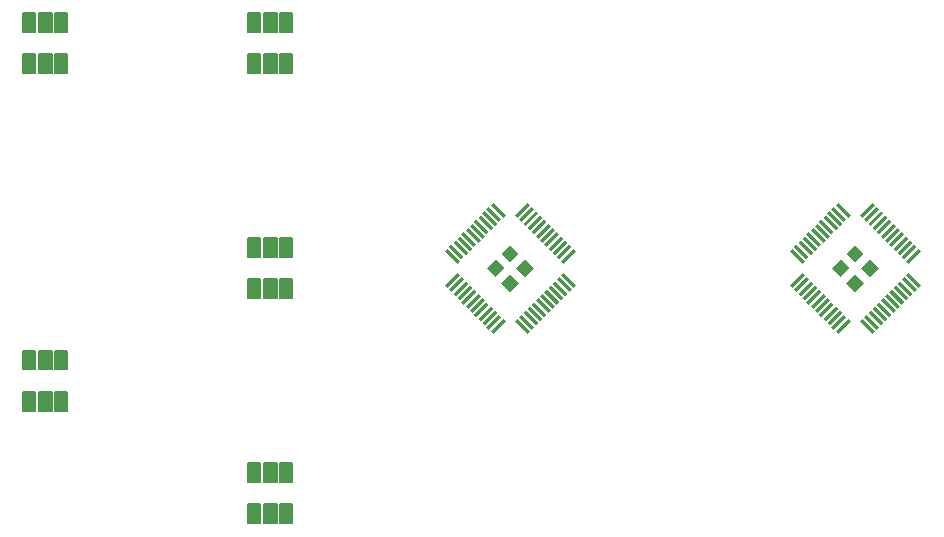
<source format=gbr>
G04 #@! TF.GenerationSoftware,KiCad,Pcbnew,(5.0.0-rc2-dev-471-ge4feb315d)*
G04 #@! TF.CreationDate,2018-05-05T14:20:45+01:00*
G04 #@! TF.ProjectId,panel,70616E656C2E6B696361645F70636200,rev?*
G04 #@! TF.SameCoordinates,Original*
G04 #@! TF.FileFunction,Paste,Bot*
G04 #@! TF.FilePolarity,Positive*
%FSLAX46Y46*%
G04 Gerber Fmt 4.6, Leading zero omitted, Abs format (unit mm)*
G04 Created by KiCad (PCBNEW (5.0.0-rc2-dev-471-ge4feb315d)) date Sat May  5 14:20:45 2018*
%MOMM*%
%LPD*%
G01*
G04 APERTURE LIST*
%ADD10C,0.150000*%
%ADD11C,0.300000*%
%ADD12C,0.100000*%
%ADD13C,1.050000*%
%ADD14R,0.900000X1.500000*%
G04 APERTURE END LIST*
D10*
G36*
X111070000Y-137480000D02*
X110070000Y-137480000D01*
X110070000Y-135880000D01*
X111070000Y-135880000D01*
X111070000Y-137480000D01*
G37*
X111070000Y-137480000D02*
X110070000Y-137480000D01*
X110070000Y-135880000D01*
X111070000Y-135880000D01*
X111070000Y-137480000D01*
G36*
X108670000Y-137480000D02*
X108670000Y-135880000D01*
X109770000Y-135880000D01*
X109770000Y-137480000D01*
X108670000Y-137480000D01*
G37*
X108670000Y-137480000D02*
X108670000Y-135880000D01*
X109770000Y-135880000D01*
X109770000Y-137480000D01*
X108670000Y-137480000D01*
G36*
X108370000Y-137480000D02*
X107370000Y-137480000D01*
X107370000Y-135880000D01*
X108370000Y-135880000D01*
X108370000Y-137480000D01*
G37*
X108370000Y-137480000D02*
X107370000Y-137480000D01*
X107370000Y-135880000D01*
X108370000Y-135880000D01*
X108370000Y-137480000D01*
G36*
X108370000Y-140980000D02*
X107370000Y-140980000D01*
X107370000Y-139380000D01*
X108370000Y-139380000D01*
X108370000Y-140980000D01*
G37*
X108370000Y-140980000D02*
X107370000Y-140980000D01*
X107370000Y-139380000D01*
X108370000Y-139380000D01*
X108370000Y-140980000D01*
G36*
X109770000Y-140980000D02*
X108670000Y-140980000D01*
X108670000Y-139380000D01*
X109770000Y-139380000D01*
X109770000Y-140980000D01*
G37*
X109770000Y-140980000D02*
X108670000Y-140980000D01*
X108670000Y-139380000D01*
X109770000Y-139380000D01*
X109770000Y-140980000D01*
G36*
X111070000Y-140980000D02*
X110070000Y-140980000D01*
X110070000Y-139380000D01*
X111070000Y-139380000D01*
X111070000Y-140980000D01*
G37*
X111070000Y-140980000D02*
X110070000Y-140980000D01*
X110070000Y-139380000D01*
X111070000Y-139380000D01*
X111070000Y-140980000D01*
G36*
X92020000Y-131455000D02*
X91020000Y-131455000D01*
X91020000Y-129855000D01*
X92020000Y-129855000D01*
X92020000Y-131455000D01*
G37*
X92020000Y-131455000D02*
X91020000Y-131455000D01*
X91020000Y-129855000D01*
X92020000Y-129855000D01*
X92020000Y-131455000D01*
G36*
X90720000Y-131455000D02*
X89620000Y-131455000D01*
X89620000Y-129855000D01*
X90720000Y-129855000D01*
X90720000Y-131455000D01*
G37*
X90720000Y-131455000D02*
X89620000Y-131455000D01*
X89620000Y-129855000D01*
X90720000Y-129855000D01*
X90720000Y-131455000D01*
G36*
X89320000Y-131455000D02*
X88320000Y-131455000D01*
X88320000Y-129855000D01*
X89320000Y-129855000D01*
X89320000Y-131455000D01*
G37*
X89320000Y-131455000D02*
X88320000Y-131455000D01*
X88320000Y-129855000D01*
X89320000Y-129855000D01*
X89320000Y-131455000D01*
G36*
X89320000Y-127955000D02*
X88320000Y-127955000D01*
X88320000Y-126355000D01*
X89320000Y-126355000D01*
X89320000Y-127955000D01*
G37*
X89320000Y-127955000D02*
X88320000Y-127955000D01*
X88320000Y-126355000D01*
X89320000Y-126355000D01*
X89320000Y-127955000D01*
G36*
X89620000Y-127955000D02*
X89620000Y-126355000D01*
X90720000Y-126355000D01*
X90720000Y-127955000D01*
X89620000Y-127955000D01*
G37*
X89620000Y-127955000D02*
X89620000Y-126355000D01*
X90720000Y-126355000D01*
X90720000Y-127955000D01*
X89620000Y-127955000D01*
G36*
X92020000Y-127955000D02*
X91020000Y-127955000D01*
X91020000Y-126355000D01*
X92020000Y-126355000D01*
X92020000Y-127955000D01*
G37*
X92020000Y-127955000D02*
X91020000Y-127955000D01*
X91020000Y-126355000D01*
X92020000Y-126355000D01*
X92020000Y-127955000D01*
G36*
X111070000Y-121930000D02*
X110070000Y-121930000D01*
X110070000Y-120330000D01*
X111070000Y-120330000D01*
X111070000Y-121930000D01*
G37*
X111070000Y-121930000D02*
X110070000Y-121930000D01*
X110070000Y-120330000D01*
X111070000Y-120330000D01*
X111070000Y-121930000D01*
G36*
X109770000Y-121930000D02*
X108670000Y-121930000D01*
X108670000Y-120330000D01*
X109770000Y-120330000D01*
X109770000Y-121930000D01*
G37*
X109770000Y-121930000D02*
X108670000Y-121930000D01*
X108670000Y-120330000D01*
X109770000Y-120330000D01*
X109770000Y-121930000D01*
G36*
X108370000Y-121930000D02*
X107370000Y-121930000D01*
X107370000Y-120330000D01*
X108370000Y-120330000D01*
X108370000Y-121930000D01*
G37*
X108370000Y-121930000D02*
X107370000Y-121930000D01*
X107370000Y-120330000D01*
X108370000Y-120330000D01*
X108370000Y-121930000D01*
G36*
X108370000Y-118430000D02*
X107370000Y-118430000D01*
X107370000Y-116830000D01*
X108370000Y-116830000D01*
X108370000Y-118430000D01*
G37*
X108370000Y-118430000D02*
X107370000Y-118430000D01*
X107370000Y-116830000D01*
X108370000Y-116830000D01*
X108370000Y-118430000D01*
G36*
X108670000Y-118430000D02*
X108670000Y-116830000D01*
X109770000Y-116830000D01*
X109770000Y-118430000D01*
X108670000Y-118430000D01*
G37*
X108670000Y-118430000D02*
X108670000Y-116830000D01*
X109770000Y-116830000D01*
X109770000Y-118430000D01*
X108670000Y-118430000D01*
G36*
X111070000Y-118430000D02*
X110070000Y-118430000D01*
X110070000Y-116830000D01*
X111070000Y-116830000D01*
X111070000Y-118430000D01*
G37*
X111070000Y-118430000D02*
X110070000Y-118430000D01*
X110070000Y-116830000D01*
X111070000Y-116830000D01*
X111070000Y-118430000D01*
G36*
X111070000Y-99380000D02*
X110070000Y-99380000D01*
X110070000Y-97780000D01*
X111070000Y-97780000D01*
X111070000Y-99380000D01*
G37*
X111070000Y-99380000D02*
X110070000Y-99380000D01*
X110070000Y-97780000D01*
X111070000Y-97780000D01*
X111070000Y-99380000D01*
G36*
X108670000Y-99380000D02*
X108670000Y-97780000D01*
X109770000Y-97780000D01*
X109770000Y-99380000D01*
X108670000Y-99380000D01*
G37*
X108670000Y-99380000D02*
X108670000Y-97780000D01*
X109770000Y-97780000D01*
X109770000Y-99380000D01*
X108670000Y-99380000D01*
G36*
X108370000Y-99380000D02*
X107370000Y-99380000D01*
X107370000Y-97780000D01*
X108370000Y-97780000D01*
X108370000Y-99380000D01*
G37*
X108370000Y-99380000D02*
X107370000Y-99380000D01*
X107370000Y-97780000D01*
X108370000Y-97780000D01*
X108370000Y-99380000D01*
G36*
X108370000Y-102880000D02*
X107370000Y-102880000D01*
X107370000Y-101280000D01*
X108370000Y-101280000D01*
X108370000Y-102880000D01*
G37*
X108370000Y-102880000D02*
X107370000Y-102880000D01*
X107370000Y-101280000D01*
X108370000Y-101280000D01*
X108370000Y-102880000D01*
G36*
X109770000Y-102880000D02*
X108670000Y-102880000D01*
X108670000Y-101280000D01*
X109770000Y-101280000D01*
X109770000Y-102880000D01*
G37*
X109770000Y-102880000D02*
X108670000Y-102880000D01*
X108670000Y-101280000D01*
X109770000Y-101280000D01*
X109770000Y-102880000D01*
G36*
X111070000Y-102880000D02*
X110070000Y-102880000D01*
X110070000Y-101280000D01*
X111070000Y-101280000D01*
X111070000Y-102880000D01*
G37*
X111070000Y-102880000D02*
X110070000Y-102880000D01*
X110070000Y-101280000D01*
X111070000Y-101280000D01*
X111070000Y-102880000D01*
G36*
X92020000Y-99380000D02*
X91020000Y-99380000D01*
X91020000Y-97780000D01*
X92020000Y-97780000D01*
X92020000Y-99380000D01*
G37*
X92020000Y-99380000D02*
X91020000Y-99380000D01*
X91020000Y-97780000D01*
X92020000Y-97780000D01*
X92020000Y-99380000D01*
G36*
X89620000Y-99380000D02*
X89620000Y-97780000D01*
X90720000Y-97780000D01*
X90720000Y-99380000D01*
X89620000Y-99380000D01*
G37*
X89620000Y-99380000D02*
X89620000Y-97780000D01*
X90720000Y-97780000D01*
X90720000Y-99380000D01*
X89620000Y-99380000D01*
G36*
X89320000Y-99380000D02*
X88320000Y-99380000D01*
X88320000Y-97780000D01*
X89320000Y-97780000D01*
X89320000Y-99380000D01*
G37*
X89320000Y-99380000D02*
X88320000Y-99380000D01*
X88320000Y-97780000D01*
X89320000Y-97780000D01*
X89320000Y-99380000D01*
G36*
X89320000Y-102880000D02*
X88320000Y-102880000D01*
X88320000Y-101280000D01*
X89320000Y-101280000D01*
X89320000Y-102880000D01*
G37*
X89320000Y-102880000D02*
X88320000Y-102880000D01*
X88320000Y-101280000D01*
X89320000Y-101280000D01*
X89320000Y-102880000D01*
G36*
X90720000Y-102880000D02*
X89620000Y-102880000D01*
X89620000Y-101280000D01*
X90720000Y-101280000D01*
X90720000Y-102880000D01*
G37*
X90720000Y-102880000D02*
X89620000Y-102880000D01*
X89620000Y-101280000D01*
X90720000Y-101280000D01*
X90720000Y-102880000D01*
G36*
X92020000Y-102880000D02*
X91020000Y-102880000D01*
X91020000Y-101280000D01*
X92020000Y-101280000D01*
X92020000Y-102880000D01*
G37*
X92020000Y-102880000D02*
X91020000Y-102880000D01*
X91020000Y-101280000D01*
X92020000Y-101280000D01*
X92020000Y-102880000D01*
D11*
X153835608Y-118354695D03*
D12*
G36*
X153199212Y-117930431D02*
X153411344Y-117718299D01*
X154472004Y-118778959D01*
X154259872Y-118991091D01*
X153199212Y-117930431D01*
X153199212Y-117930431D01*
G37*
D11*
X154189161Y-118001142D03*
D12*
G36*
X153552765Y-117576878D02*
X153764897Y-117364746D01*
X154825557Y-118425406D01*
X154613425Y-118637538D01*
X153552765Y-117576878D01*
X153552765Y-117576878D01*
G37*
D11*
X154542715Y-117647588D03*
D12*
G36*
X153906319Y-117223324D02*
X154118451Y-117011192D01*
X155179111Y-118071852D01*
X154966979Y-118283984D01*
X153906319Y-117223324D01*
X153906319Y-117223324D01*
G37*
D11*
X154896268Y-117294035D03*
D12*
G36*
X154259872Y-116869771D02*
X154472004Y-116657639D01*
X155532664Y-117718299D01*
X155320532Y-117930431D01*
X154259872Y-116869771D01*
X154259872Y-116869771D01*
G37*
D11*
X155249821Y-116940482D03*
D12*
G36*
X154613425Y-116516218D02*
X154825557Y-116304086D01*
X155886217Y-117364746D01*
X155674085Y-117576878D01*
X154613425Y-116516218D01*
X154613425Y-116516218D01*
G37*
D11*
X155603375Y-116586928D03*
D12*
G36*
X154966979Y-116162664D02*
X155179111Y-115950532D01*
X156239771Y-117011192D01*
X156027639Y-117223324D01*
X154966979Y-116162664D01*
X154966979Y-116162664D01*
G37*
D11*
X155956928Y-116233375D03*
D12*
G36*
X155320532Y-115809111D02*
X155532664Y-115596979D01*
X156593324Y-116657639D01*
X156381192Y-116869771D01*
X155320532Y-115809111D01*
X155320532Y-115809111D01*
G37*
D11*
X156310482Y-115879821D03*
D12*
G36*
X155674086Y-115455557D02*
X155886218Y-115243425D01*
X156946878Y-116304085D01*
X156734746Y-116516217D01*
X155674086Y-115455557D01*
X155674086Y-115455557D01*
G37*
D11*
X156664035Y-115526268D03*
D12*
G36*
X156027639Y-115102004D02*
X156239771Y-114889872D01*
X157300431Y-115950532D01*
X157088299Y-116162664D01*
X156027639Y-115102004D01*
X156027639Y-115102004D01*
G37*
D11*
X157017588Y-115172715D03*
D12*
G36*
X156381192Y-114748451D02*
X156593324Y-114536319D01*
X157653984Y-115596979D01*
X157441852Y-115809111D01*
X156381192Y-114748451D01*
X156381192Y-114748451D01*
G37*
D11*
X157371142Y-114819161D03*
D12*
G36*
X156734746Y-114394897D02*
X156946878Y-114182765D01*
X158007538Y-115243425D01*
X157795406Y-115455557D01*
X156734746Y-114394897D01*
X156734746Y-114394897D01*
G37*
D11*
X157724695Y-114465608D03*
D12*
G36*
X157088299Y-114041344D02*
X157300431Y-113829212D01*
X158361091Y-114889872D01*
X158148959Y-115102004D01*
X157088299Y-114041344D01*
X157088299Y-114041344D01*
G37*
D11*
X159775305Y-114465608D03*
D12*
G36*
X160199569Y-113829212D02*
X160411701Y-114041344D01*
X159351041Y-115102004D01*
X159138909Y-114889872D01*
X160199569Y-113829212D01*
X160199569Y-113829212D01*
G37*
D11*
X160128858Y-114819161D03*
D12*
G36*
X160553122Y-114182765D02*
X160765254Y-114394897D01*
X159704594Y-115455557D01*
X159492462Y-115243425D01*
X160553122Y-114182765D01*
X160553122Y-114182765D01*
G37*
D11*
X160482412Y-115172715D03*
D12*
G36*
X160906676Y-114536319D02*
X161118808Y-114748451D01*
X160058148Y-115809111D01*
X159846016Y-115596979D01*
X160906676Y-114536319D01*
X160906676Y-114536319D01*
G37*
D11*
X160835965Y-115526268D03*
D12*
G36*
X161260229Y-114889872D02*
X161472361Y-115102004D01*
X160411701Y-116162664D01*
X160199569Y-115950532D01*
X161260229Y-114889872D01*
X161260229Y-114889872D01*
G37*
D11*
X161189518Y-115879821D03*
D12*
G36*
X161613782Y-115243425D02*
X161825914Y-115455557D01*
X160765254Y-116516217D01*
X160553122Y-116304085D01*
X161613782Y-115243425D01*
X161613782Y-115243425D01*
G37*
D11*
X161543072Y-116233375D03*
D12*
G36*
X161967336Y-115596979D02*
X162179468Y-115809111D01*
X161118808Y-116869771D01*
X160906676Y-116657639D01*
X161967336Y-115596979D01*
X161967336Y-115596979D01*
G37*
D11*
X161896625Y-116586928D03*
D12*
G36*
X162320889Y-115950532D02*
X162533021Y-116162664D01*
X161472361Y-117223324D01*
X161260229Y-117011192D01*
X162320889Y-115950532D01*
X162320889Y-115950532D01*
G37*
D11*
X162250179Y-116940482D03*
D12*
G36*
X162674443Y-116304086D02*
X162886575Y-116516218D01*
X161825915Y-117576878D01*
X161613783Y-117364746D01*
X162674443Y-116304086D01*
X162674443Y-116304086D01*
G37*
D11*
X162603732Y-117294035D03*
D12*
G36*
X163027996Y-116657639D02*
X163240128Y-116869771D01*
X162179468Y-117930431D01*
X161967336Y-117718299D01*
X163027996Y-116657639D01*
X163027996Y-116657639D01*
G37*
D11*
X162957285Y-117647588D03*
D12*
G36*
X163381549Y-117011192D02*
X163593681Y-117223324D01*
X162533021Y-118283984D01*
X162320889Y-118071852D01*
X163381549Y-117011192D01*
X163381549Y-117011192D01*
G37*
D11*
X163310839Y-118001142D03*
D12*
G36*
X163735103Y-117364746D02*
X163947235Y-117576878D01*
X162886575Y-118637538D01*
X162674443Y-118425406D01*
X163735103Y-117364746D01*
X163735103Y-117364746D01*
G37*
D11*
X163664392Y-118354695D03*
D12*
G36*
X164088656Y-117718299D02*
X164300788Y-117930431D01*
X163240128Y-118991091D01*
X163027996Y-118778959D01*
X164088656Y-117718299D01*
X164088656Y-117718299D01*
G37*
D11*
X163664392Y-120405305D03*
D12*
G36*
X163027996Y-119981041D02*
X163240128Y-119768909D01*
X164300788Y-120829569D01*
X164088656Y-121041701D01*
X163027996Y-119981041D01*
X163027996Y-119981041D01*
G37*
D11*
X163310839Y-120758858D03*
D12*
G36*
X162674443Y-120334594D02*
X162886575Y-120122462D01*
X163947235Y-121183122D01*
X163735103Y-121395254D01*
X162674443Y-120334594D01*
X162674443Y-120334594D01*
G37*
D11*
X162957285Y-121112412D03*
D12*
G36*
X162320889Y-120688148D02*
X162533021Y-120476016D01*
X163593681Y-121536676D01*
X163381549Y-121748808D01*
X162320889Y-120688148D01*
X162320889Y-120688148D01*
G37*
D11*
X162603732Y-121465965D03*
D12*
G36*
X161967336Y-121041701D02*
X162179468Y-120829569D01*
X163240128Y-121890229D01*
X163027996Y-122102361D01*
X161967336Y-121041701D01*
X161967336Y-121041701D01*
G37*
D11*
X162250179Y-121819518D03*
D12*
G36*
X161613783Y-121395254D02*
X161825915Y-121183122D01*
X162886575Y-122243782D01*
X162674443Y-122455914D01*
X161613783Y-121395254D01*
X161613783Y-121395254D01*
G37*
D11*
X161896625Y-122173072D03*
D12*
G36*
X161260229Y-121748808D02*
X161472361Y-121536676D01*
X162533021Y-122597336D01*
X162320889Y-122809468D01*
X161260229Y-121748808D01*
X161260229Y-121748808D01*
G37*
D11*
X161543072Y-122526625D03*
D12*
G36*
X160906676Y-122102361D02*
X161118808Y-121890229D01*
X162179468Y-122950889D01*
X161967336Y-123163021D01*
X160906676Y-122102361D01*
X160906676Y-122102361D01*
G37*
D11*
X161189518Y-122880179D03*
D12*
G36*
X160553122Y-122455915D02*
X160765254Y-122243783D01*
X161825914Y-123304443D01*
X161613782Y-123516575D01*
X160553122Y-122455915D01*
X160553122Y-122455915D01*
G37*
D11*
X160835965Y-123233732D03*
D12*
G36*
X160199569Y-122809468D02*
X160411701Y-122597336D01*
X161472361Y-123657996D01*
X161260229Y-123870128D01*
X160199569Y-122809468D01*
X160199569Y-122809468D01*
G37*
D11*
X160482412Y-123587285D03*
D12*
G36*
X159846016Y-123163021D02*
X160058148Y-122950889D01*
X161118808Y-124011549D01*
X160906676Y-124223681D01*
X159846016Y-123163021D01*
X159846016Y-123163021D01*
G37*
D11*
X160128858Y-123940839D03*
D12*
G36*
X159492462Y-123516575D02*
X159704594Y-123304443D01*
X160765254Y-124365103D01*
X160553122Y-124577235D01*
X159492462Y-123516575D01*
X159492462Y-123516575D01*
G37*
D11*
X159775305Y-124294392D03*
D12*
G36*
X159138909Y-123870128D02*
X159351041Y-123657996D01*
X160411701Y-124718656D01*
X160199569Y-124930788D01*
X159138909Y-123870128D01*
X159138909Y-123870128D01*
G37*
D11*
X157724695Y-124294392D03*
D12*
G36*
X158148959Y-123657996D02*
X158361091Y-123870128D01*
X157300431Y-124930788D01*
X157088299Y-124718656D01*
X158148959Y-123657996D01*
X158148959Y-123657996D01*
G37*
D11*
X157371142Y-123940839D03*
D12*
G36*
X157795406Y-123304443D02*
X158007538Y-123516575D01*
X156946878Y-124577235D01*
X156734746Y-124365103D01*
X157795406Y-123304443D01*
X157795406Y-123304443D01*
G37*
D11*
X157017588Y-123587285D03*
D12*
G36*
X157441852Y-122950889D02*
X157653984Y-123163021D01*
X156593324Y-124223681D01*
X156381192Y-124011549D01*
X157441852Y-122950889D01*
X157441852Y-122950889D01*
G37*
D11*
X156664035Y-123233732D03*
D12*
G36*
X157088299Y-122597336D02*
X157300431Y-122809468D01*
X156239771Y-123870128D01*
X156027639Y-123657996D01*
X157088299Y-122597336D01*
X157088299Y-122597336D01*
G37*
D11*
X156310482Y-122880179D03*
D12*
G36*
X156734746Y-122243783D02*
X156946878Y-122455915D01*
X155886218Y-123516575D01*
X155674086Y-123304443D01*
X156734746Y-122243783D01*
X156734746Y-122243783D01*
G37*
D11*
X155956928Y-122526625D03*
D12*
G36*
X156381192Y-121890229D02*
X156593324Y-122102361D01*
X155532664Y-123163021D01*
X155320532Y-122950889D01*
X156381192Y-121890229D01*
X156381192Y-121890229D01*
G37*
D11*
X155603375Y-122173072D03*
D12*
G36*
X156027639Y-121536676D02*
X156239771Y-121748808D01*
X155179111Y-122809468D01*
X154966979Y-122597336D01*
X156027639Y-121536676D01*
X156027639Y-121536676D01*
G37*
D11*
X155249821Y-121819518D03*
D12*
G36*
X155674085Y-121183122D02*
X155886217Y-121395254D01*
X154825557Y-122455914D01*
X154613425Y-122243782D01*
X155674085Y-121183122D01*
X155674085Y-121183122D01*
G37*
D11*
X154896268Y-121465965D03*
D12*
G36*
X155320532Y-120829569D02*
X155532664Y-121041701D01*
X154472004Y-122102361D01*
X154259872Y-121890229D01*
X155320532Y-120829569D01*
X155320532Y-120829569D01*
G37*
D11*
X154542715Y-121112412D03*
D12*
G36*
X154966979Y-120476016D02*
X155179111Y-120688148D01*
X154118451Y-121748808D01*
X153906319Y-121536676D01*
X154966979Y-120476016D01*
X154966979Y-120476016D01*
G37*
D11*
X154189161Y-120758858D03*
D12*
G36*
X154613425Y-120122462D02*
X154825557Y-120334594D01*
X153764897Y-121395254D01*
X153552765Y-121183122D01*
X154613425Y-120122462D01*
X154613425Y-120122462D01*
G37*
D11*
X153835608Y-120405305D03*
D12*
G36*
X154259872Y-119768909D02*
X154472004Y-119981041D01*
X153411344Y-121041701D01*
X153199212Y-120829569D01*
X154259872Y-119768909D01*
X154259872Y-119768909D01*
G37*
D13*
X159987437Y-119380000D03*
D12*
G36*
X159244975Y-119380000D02*
X159987437Y-118637538D01*
X160729899Y-119380000D01*
X159987437Y-120122462D01*
X159244975Y-119380000D01*
X159244975Y-119380000D01*
G37*
D13*
X158750000Y-120617437D03*
D12*
G36*
X158007538Y-120617437D02*
X158750000Y-119874975D01*
X159492462Y-120617437D01*
X158750000Y-121359899D01*
X158007538Y-120617437D01*
X158007538Y-120617437D01*
G37*
D13*
X158750000Y-118142563D03*
D12*
G36*
X158007538Y-118142563D02*
X158750000Y-117400101D01*
X159492462Y-118142563D01*
X158750000Y-118885025D01*
X158007538Y-118142563D01*
X158007538Y-118142563D01*
G37*
D13*
X157512563Y-119380000D03*
D12*
G36*
X156770101Y-119380000D02*
X157512563Y-118637538D01*
X158255025Y-119380000D01*
X157512563Y-120122462D01*
X156770101Y-119380000D01*
X156770101Y-119380000D01*
G37*
D13*
X128302563Y-119380000D03*
D12*
G36*
X127560101Y-119380000D02*
X128302563Y-118637538D01*
X129045025Y-119380000D01*
X128302563Y-120122462D01*
X127560101Y-119380000D01*
X127560101Y-119380000D01*
G37*
D13*
X129540000Y-118142563D03*
D12*
G36*
X128797538Y-118142563D02*
X129540000Y-117400101D01*
X130282462Y-118142563D01*
X129540000Y-118885025D01*
X128797538Y-118142563D01*
X128797538Y-118142563D01*
G37*
D13*
X129540000Y-120617437D03*
D12*
G36*
X128797538Y-120617437D02*
X129540000Y-119874975D01*
X130282462Y-120617437D01*
X129540000Y-121359899D01*
X128797538Y-120617437D01*
X128797538Y-120617437D01*
G37*
D13*
X130777437Y-119380000D03*
D12*
G36*
X130034975Y-119380000D02*
X130777437Y-118637538D01*
X131519899Y-119380000D01*
X130777437Y-120122462D01*
X130034975Y-119380000D01*
X130034975Y-119380000D01*
G37*
D11*
X124625608Y-120405305D03*
D12*
G36*
X125049872Y-119768909D02*
X125262004Y-119981041D01*
X124201344Y-121041701D01*
X123989212Y-120829569D01*
X125049872Y-119768909D01*
X125049872Y-119768909D01*
G37*
D11*
X124979161Y-120758858D03*
D12*
G36*
X125403425Y-120122462D02*
X125615557Y-120334594D01*
X124554897Y-121395254D01*
X124342765Y-121183122D01*
X125403425Y-120122462D01*
X125403425Y-120122462D01*
G37*
D11*
X125332715Y-121112412D03*
D12*
G36*
X125756979Y-120476016D02*
X125969111Y-120688148D01*
X124908451Y-121748808D01*
X124696319Y-121536676D01*
X125756979Y-120476016D01*
X125756979Y-120476016D01*
G37*
D11*
X125686268Y-121465965D03*
D12*
G36*
X126110532Y-120829569D02*
X126322664Y-121041701D01*
X125262004Y-122102361D01*
X125049872Y-121890229D01*
X126110532Y-120829569D01*
X126110532Y-120829569D01*
G37*
D11*
X126039821Y-121819518D03*
D12*
G36*
X126464085Y-121183122D02*
X126676217Y-121395254D01*
X125615557Y-122455914D01*
X125403425Y-122243782D01*
X126464085Y-121183122D01*
X126464085Y-121183122D01*
G37*
D11*
X126393375Y-122173072D03*
D12*
G36*
X126817639Y-121536676D02*
X127029771Y-121748808D01*
X125969111Y-122809468D01*
X125756979Y-122597336D01*
X126817639Y-121536676D01*
X126817639Y-121536676D01*
G37*
D11*
X126746928Y-122526625D03*
D12*
G36*
X127171192Y-121890229D02*
X127383324Y-122102361D01*
X126322664Y-123163021D01*
X126110532Y-122950889D01*
X127171192Y-121890229D01*
X127171192Y-121890229D01*
G37*
D11*
X127100482Y-122880179D03*
D12*
G36*
X127524746Y-122243783D02*
X127736878Y-122455915D01*
X126676218Y-123516575D01*
X126464086Y-123304443D01*
X127524746Y-122243783D01*
X127524746Y-122243783D01*
G37*
D11*
X127454035Y-123233732D03*
D12*
G36*
X127878299Y-122597336D02*
X128090431Y-122809468D01*
X127029771Y-123870128D01*
X126817639Y-123657996D01*
X127878299Y-122597336D01*
X127878299Y-122597336D01*
G37*
D11*
X127807588Y-123587285D03*
D12*
G36*
X128231852Y-122950889D02*
X128443984Y-123163021D01*
X127383324Y-124223681D01*
X127171192Y-124011549D01*
X128231852Y-122950889D01*
X128231852Y-122950889D01*
G37*
D11*
X128161142Y-123940839D03*
D12*
G36*
X128585406Y-123304443D02*
X128797538Y-123516575D01*
X127736878Y-124577235D01*
X127524746Y-124365103D01*
X128585406Y-123304443D01*
X128585406Y-123304443D01*
G37*
D11*
X128514695Y-124294392D03*
D12*
G36*
X128938959Y-123657996D02*
X129151091Y-123870128D01*
X128090431Y-124930788D01*
X127878299Y-124718656D01*
X128938959Y-123657996D01*
X128938959Y-123657996D01*
G37*
D11*
X130565305Y-124294392D03*
D12*
G36*
X129928909Y-123870128D02*
X130141041Y-123657996D01*
X131201701Y-124718656D01*
X130989569Y-124930788D01*
X129928909Y-123870128D01*
X129928909Y-123870128D01*
G37*
D11*
X130918858Y-123940839D03*
D12*
G36*
X130282462Y-123516575D02*
X130494594Y-123304443D01*
X131555254Y-124365103D01*
X131343122Y-124577235D01*
X130282462Y-123516575D01*
X130282462Y-123516575D01*
G37*
D11*
X131272412Y-123587285D03*
D12*
G36*
X130636016Y-123163021D02*
X130848148Y-122950889D01*
X131908808Y-124011549D01*
X131696676Y-124223681D01*
X130636016Y-123163021D01*
X130636016Y-123163021D01*
G37*
D11*
X131625965Y-123233732D03*
D12*
G36*
X130989569Y-122809468D02*
X131201701Y-122597336D01*
X132262361Y-123657996D01*
X132050229Y-123870128D01*
X130989569Y-122809468D01*
X130989569Y-122809468D01*
G37*
D11*
X131979518Y-122880179D03*
D12*
G36*
X131343122Y-122455915D02*
X131555254Y-122243783D01*
X132615914Y-123304443D01*
X132403782Y-123516575D01*
X131343122Y-122455915D01*
X131343122Y-122455915D01*
G37*
D11*
X132333072Y-122526625D03*
D12*
G36*
X131696676Y-122102361D02*
X131908808Y-121890229D01*
X132969468Y-122950889D01*
X132757336Y-123163021D01*
X131696676Y-122102361D01*
X131696676Y-122102361D01*
G37*
D11*
X132686625Y-122173072D03*
D12*
G36*
X132050229Y-121748808D02*
X132262361Y-121536676D01*
X133323021Y-122597336D01*
X133110889Y-122809468D01*
X132050229Y-121748808D01*
X132050229Y-121748808D01*
G37*
D11*
X133040179Y-121819518D03*
D12*
G36*
X132403783Y-121395254D02*
X132615915Y-121183122D01*
X133676575Y-122243782D01*
X133464443Y-122455914D01*
X132403783Y-121395254D01*
X132403783Y-121395254D01*
G37*
D11*
X133393732Y-121465965D03*
D12*
G36*
X132757336Y-121041701D02*
X132969468Y-120829569D01*
X134030128Y-121890229D01*
X133817996Y-122102361D01*
X132757336Y-121041701D01*
X132757336Y-121041701D01*
G37*
D11*
X133747285Y-121112412D03*
D12*
G36*
X133110889Y-120688148D02*
X133323021Y-120476016D01*
X134383681Y-121536676D01*
X134171549Y-121748808D01*
X133110889Y-120688148D01*
X133110889Y-120688148D01*
G37*
D11*
X134100839Y-120758858D03*
D12*
G36*
X133464443Y-120334594D02*
X133676575Y-120122462D01*
X134737235Y-121183122D01*
X134525103Y-121395254D01*
X133464443Y-120334594D01*
X133464443Y-120334594D01*
G37*
D11*
X134454392Y-120405305D03*
D12*
G36*
X133817996Y-119981041D02*
X134030128Y-119768909D01*
X135090788Y-120829569D01*
X134878656Y-121041701D01*
X133817996Y-119981041D01*
X133817996Y-119981041D01*
G37*
D11*
X134454392Y-118354695D03*
D12*
G36*
X134878656Y-117718299D02*
X135090788Y-117930431D01*
X134030128Y-118991091D01*
X133817996Y-118778959D01*
X134878656Y-117718299D01*
X134878656Y-117718299D01*
G37*
D11*
X134100839Y-118001142D03*
D12*
G36*
X134525103Y-117364746D02*
X134737235Y-117576878D01*
X133676575Y-118637538D01*
X133464443Y-118425406D01*
X134525103Y-117364746D01*
X134525103Y-117364746D01*
G37*
D11*
X133747285Y-117647588D03*
D12*
G36*
X134171549Y-117011192D02*
X134383681Y-117223324D01*
X133323021Y-118283984D01*
X133110889Y-118071852D01*
X134171549Y-117011192D01*
X134171549Y-117011192D01*
G37*
D11*
X133393732Y-117294035D03*
D12*
G36*
X133817996Y-116657639D02*
X134030128Y-116869771D01*
X132969468Y-117930431D01*
X132757336Y-117718299D01*
X133817996Y-116657639D01*
X133817996Y-116657639D01*
G37*
D11*
X133040179Y-116940482D03*
D12*
G36*
X133464443Y-116304086D02*
X133676575Y-116516218D01*
X132615915Y-117576878D01*
X132403783Y-117364746D01*
X133464443Y-116304086D01*
X133464443Y-116304086D01*
G37*
D11*
X132686625Y-116586928D03*
D12*
G36*
X133110889Y-115950532D02*
X133323021Y-116162664D01*
X132262361Y-117223324D01*
X132050229Y-117011192D01*
X133110889Y-115950532D01*
X133110889Y-115950532D01*
G37*
D11*
X132333072Y-116233375D03*
D12*
G36*
X132757336Y-115596979D02*
X132969468Y-115809111D01*
X131908808Y-116869771D01*
X131696676Y-116657639D01*
X132757336Y-115596979D01*
X132757336Y-115596979D01*
G37*
D11*
X131979518Y-115879821D03*
D12*
G36*
X132403782Y-115243425D02*
X132615914Y-115455557D01*
X131555254Y-116516217D01*
X131343122Y-116304085D01*
X132403782Y-115243425D01*
X132403782Y-115243425D01*
G37*
D11*
X131625965Y-115526268D03*
D12*
G36*
X132050229Y-114889872D02*
X132262361Y-115102004D01*
X131201701Y-116162664D01*
X130989569Y-115950532D01*
X132050229Y-114889872D01*
X132050229Y-114889872D01*
G37*
D11*
X131272412Y-115172715D03*
D12*
G36*
X131696676Y-114536319D02*
X131908808Y-114748451D01*
X130848148Y-115809111D01*
X130636016Y-115596979D01*
X131696676Y-114536319D01*
X131696676Y-114536319D01*
G37*
D11*
X130918858Y-114819161D03*
D12*
G36*
X131343122Y-114182765D02*
X131555254Y-114394897D01*
X130494594Y-115455557D01*
X130282462Y-115243425D01*
X131343122Y-114182765D01*
X131343122Y-114182765D01*
G37*
D11*
X130565305Y-114465608D03*
D12*
G36*
X130989569Y-113829212D02*
X131201701Y-114041344D01*
X130141041Y-115102004D01*
X129928909Y-114889872D01*
X130989569Y-113829212D01*
X130989569Y-113829212D01*
G37*
D11*
X128514695Y-114465608D03*
D12*
G36*
X127878299Y-114041344D02*
X128090431Y-113829212D01*
X129151091Y-114889872D01*
X128938959Y-115102004D01*
X127878299Y-114041344D01*
X127878299Y-114041344D01*
G37*
D11*
X128161142Y-114819161D03*
D12*
G36*
X127524746Y-114394897D02*
X127736878Y-114182765D01*
X128797538Y-115243425D01*
X128585406Y-115455557D01*
X127524746Y-114394897D01*
X127524746Y-114394897D01*
G37*
D11*
X127807588Y-115172715D03*
D12*
G36*
X127171192Y-114748451D02*
X127383324Y-114536319D01*
X128443984Y-115596979D01*
X128231852Y-115809111D01*
X127171192Y-114748451D01*
X127171192Y-114748451D01*
G37*
D11*
X127454035Y-115526268D03*
D12*
G36*
X126817639Y-115102004D02*
X127029771Y-114889872D01*
X128090431Y-115950532D01*
X127878299Y-116162664D01*
X126817639Y-115102004D01*
X126817639Y-115102004D01*
G37*
D11*
X127100482Y-115879821D03*
D12*
G36*
X126464086Y-115455557D02*
X126676218Y-115243425D01*
X127736878Y-116304085D01*
X127524746Y-116516217D01*
X126464086Y-115455557D01*
X126464086Y-115455557D01*
G37*
D11*
X126746928Y-116233375D03*
D12*
G36*
X126110532Y-115809111D02*
X126322664Y-115596979D01*
X127383324Y-116657639D01*
X127171192Y-116869771D01*
X126110532Y-115809111D01*
X126110532Y-115809111D01*
G37*
D11*
X126393375Y-116586928D03*
D12*
G36*
X125756979Y-116162664D02*
X125969111Y-115950532D01*
X127029771Y-117011192D01*
X126817639Y-117223324D01*
X125756979Y-116162664D01*
X125756979Y-116162664D01*
G37*
D11*
X126039821Y-116940482D03*
D12*
G36*
X125403425Y-116516218D02*
X125615557Y-116304086D01*
X126676217Y-117364746D01*
X126464085Y-117576878D01*
X125403425Y-116516218D01*
X125403425Y-116516218D01*
G37*
D11*
X125686268Y-117294035D03*
D12*
G36*
X125049872Y-116869771D02*
X125262004Y-116657639D01*
X126322664Y-117718299D01*
X126110532Y-117930431D01*
X125049872Y-116869771D01*
X125049872Y-116869771D01*
G37*
D11*
X125332715Y-117647588D03*
D12*
G36*
X124696319Y-117223324D02*
X124908451Y-117011192D01*
X125969111Y-118071852D01*
X125756979Y-118283984D01*
X124696319Y-117223324D01*
X124696319Y-117223324D01*
G37*
D11*
X124979161Y-118001142D03*
D12*
G36*
X124342765Y-117576878D02*
X124554897Y-117364746D01*
X125615557Y-118425406D01*
X125403425Y-118637538D01*
X124342765Y-117576878D01*
X124342765Y-117576878D01*
G37*
D11*
X124625608Y-118354695D03*
D12*
G36*
X123989212Y-117930431D02*
X124201344Y-117718299D01*
X125262004Y-118778959D01*
X125049872Y-118991091D01*
X123989212Y-117930431D01*
X123989212Y-117930431D01*
G37*
D14*
X107870000Y-140180000D03*
X109220000Y-140180000D03*
X110570000Y-140180000D03*
X107870000Y-136680000D03*
X109220000Y-136680000D03*
X110570000Y-136680000D03*
X91520000Y-127155000D03*
X90170000Y-127155000D03*
X88820000Y-127155000D03*
X91520000Y-130655000D03*
X90170000Y-130655000D03*
X88820000Y-130655000D03*
X110570000Y-117630000D03*
X109220000Y-117630000D03*
X107870000Y-117630000D03*
X110570000Y-121130000D03*
X109220000Y-121130000D03*
X107870000Y-121130000D03*
X107870000Y-102080000D03*
X109220000Y-102080000D03*
X110570000Y-102080000D03*
X107870000Y-98580000D03*
X109220000Y-98580000D03*
X110570000Y-98580000D03*
X88820000Y-102080000D03*
X90170000Y-102080000D03*
X91520000Y-102080000D03*
X88820000Y-98580000D03*
X90170000Y-98580000D03*
X91520000Y-98580000D03*
M02*

</source>
